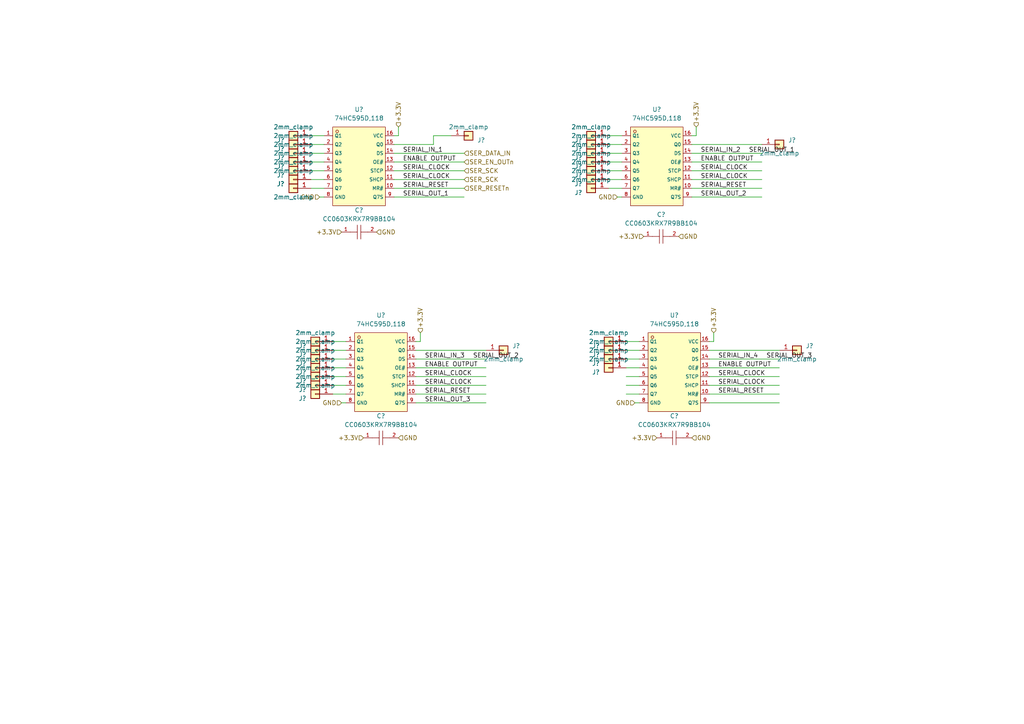
<source format=kicad_sch>
(kicad_sch (version 20230121) (generator eeschema)
  (paper "A4")
  (lib_symbols
    (symbol "74HC595D,118:74HC595D,118"
      (property "Reference" "U" (at 0 1.27 0))
      (property "Value" "74HC595D,118" (at 0 -2.54 0))
      (symbol "74HC595D,118_0_1"
        (rectangle (start -7.62 11.43) (end 7.62 -11.43) (fill (type background)))
        (circle (center -6.35 10.16) (radius 0.381) (fill (type background)))
        (pin unspecified line (at -10.16 8.89 0) (length 2.54) (name "Q1") (number "1"))
        (pin unspecified line (at 10.16 -6.35 180) (length 2.54) (name "MR#") (number "10"))
        (pin unspecified line (at 10.16 -3.81 180) (length 2.54) (name "SHCP") (number "11"))
        (pin unspecified line (at 10.16 -1.27 180) (length 2.54) (name "STCP") (number "12"))
        (pin unspecified line (at 10.16 1.27 180) (length 2.54) (name "OE#") (number "13"))
        (pin unspecified line (at 10.16 3.81 180) (length 2.54) (name "DS") (number "14"))
        (pin unspecified line (at 10.16 6.35 180) (length 2.54) (name "Q0") (number "15"))
        (pin unspecified line (at 10.16 8.89 180) (length 2.54) (name "VCC") (number "16"))
        (pin unspecified line (at -10.16 6.35 0) (length 2.54) (name "Q2") (number "2"))
        (pin unspecified line (at -10.16 3.81 0) (length 2.54) (name "Q3") (number "3"))
        (pin unspecified line (at -10.16 1.27 0) (length 2.54) (name "Q4") (number "4"))
        (pin unspecified line (at -10.16 -1.27 0) (length 2.54) (name "Q5") (number "5"))
        (pin unspecified line (at -10.16 -3.81 0) (length 2.54) (name "Q6") (number "6"))
        (pin unspecified line (at -10.16 -6.35 0) (length 2.54) (name "Q7") (number "7"))
        (pin unspecified line (at -10.16 -8.89 0) (length 2.54) (name "GND") (number "8"))
        (pin unspecified line (at 10.16 -8.89 180) (length 2.54) (name "Q7S") (number "9"))
      )
    )
    (symbol "CC0603KRX7R9BB104:CC0603KRX7R9BB104" (pin_names hide)
      (property "Reference" "C" (at 0 1.27 0))
      (property "Value" "CC0603KRX7R9BB104" (at 0 -2.54 0))
      (symbol "CC0603KRX7R9BB104_0_1"
        (polyline (pts (xy -0.508 -2.032) (xy -0.508 2.032)))
        (polyline (pts (xy -0.508 0) (xy -2.54 0)))
        (polyline (pts (xy 0.508 2.032) (xy 0.508 -2.032)))
        (polyline (pts (xy 2.54 0) (xy 0.508 0)))
        (pin unspecified line (at -5.08 0 0) (length 2.54) (name "1") (number "1"))
        (pin unspecified line (at 5.08 0 180) (length 2.54) (name "2") (number "2"))
      )
    )
    (symbol "Kaboom_box:2mm_clamp" (pin_names (offset 1.016) hide)
      (property "Reference" "J" (at 0 2.54 0))
      (property "Value" "2mm_clamp" (at 0 -2.54 0))
      (symbol "2mm_clamp_1_1"
        (rectangle (start -1.27 0.127) (end 0 -0.127) (stroke (width 0.1524)))
        (rectangle (start -1.27 1.27) (end 1.27 -1.27) (stroke (width 0.254)) (fill (type background)))
        (pin passive line (at -5.08 0 0) (length 3.81) (name "Pin_1") (number "1"))
      )
    )
  )
  (wire (pts (xy 207.01 99.06) (xy 205.74 99.06)))
  (wire (pts (xy 96.52 111.76) (xy 100.33 111.76)))
  (wire (pts (xy 114.3 44.45) (xy 134.62 44.45)))
  (wire (pts (xy 181.61 101.6) (xy 185.42 101.6)))
  (wire (pts (xy 205.74 111.76) (xy 226.06 111.76)))
  (wire (pts (xy 90.17 44.45) (xy 93.98 44.45)))
  (wire (pts (xy 181.61 109.22) (xy 185.42 109.22)))
  (wire (pts (xy 90.17 41.91) (xy 93.98 41.91)))
  (wire (pts (xy 176.53 41.91) (xy 180.34 41.91)))
  (wire (pts (xy 96.52 106.68) (xy 100.33 106.68)))
  (wire (pts (xy 120.65 111.76) (xy 140.97 111.76)))
  (wire (pts (xy 114.3 46.99) (xy 134.62 46.99)))
  (wire (pts (xy 96.52 101.6) (xy 100.33 101.6)))
  (wire (pts (xy 205.74 116.84) (xy 226.06 116.84)))
  (wire (pts (xy 125.73 41.91) (xy 114.3 41.91)))
  (wire (pts (xy 200.66 49.53) (xy 220.98 49.53)))
  (wire (pts (xy 226.06 101.6) (xy 205.74 101.6)))
  (wire (pts (xy 114.3 49.53) (xy 134.62 49.53)))
  (wire (pts (xy 96.52 99.06) (xy 100.33 99.06)))
  (wire (pts (xy 176.53 39.37) (xy 180.34 39.37)))
  (wire (pts (xy 205.74 114.3) (xy 226.06 114.3)))
  (wire (pts (xy 130.81 39.37) (xy 125.73 39.37)))
  (wire (pts (xy 120.65 109.22) (xy 140.97 109.22)))
  (wire (pts (xy 176.53 46.99) (xy 180.34 46.99)))
  (wire (pts (xy 181.61 114.3) (xy 185.42 114.3)))
  (wire (pts (xy 181.61 111.76) (xy 185.42 111.76)))
  (wire (pts (xy 115.57 36.83) (xy 115.57 39.37)))
  (wire (pts (xy 176.53 54.61) (xy 180.34 54.61)))
  (wire (pts (xy 114.3 52.07) (xy 134.62 52.07)))
  (wire (pts (xy 96.52 114.3) (xy 100.33 114.3)))
  (wire (pts (xy 181.61 99.06) (xy 185.42 99.06)))
  (wire (pts (xy 205.74 106.68) (xy 226.06 106.68)))
  (wire (pts (xy 120.65 116.84) (xy 140.97 116.84)))
  (wire (pts (xy 99.06 116.84) (xy 100.33 116.84)))
  (wire (pts (xy 90.17 39.37) (xy 93.98 39.37)))
  (wire (pts (xy 90.17 52.07) (xy 93.98 52.07)))
  (wire (pts (xy 200.66 52.07) (xy 220.98 52.07)))
  (wire (pts (xy 120.65 114.3) (xy 140.97 114.3)))
  (wire (pts (xy 140.97 101.6) (xy 120.65 101.6)))
  (wire (pts (xy 92.71 57.15) (xy 93.98 57.15)))
  (wire (pts (xy 96.52 104.14) (xy 100.33 104.14)))
  (wire (pts (xy 200.66 46.99) (xy 220.98 46.99)))
  (wire (pts (xy 114.3 57.15) (xy 134.62 57.15)))
  (wire (pts (xy 200.66 54.61) (xy 220.98 54.61)))
  (wire (pts (xy 114.3 54.61) (xy 134.62 54.61)))
  (wire (pts (xy 181.61 104.14) (xy 185.42 104.14)))
  (wire (pts (xy 96.52 109.22) (xy 100.33 109.22)))
  (wire (pts (xy 176.53 49.53) (xy 180.34 49.53)))
  (wire (pts (xy 120.65 104.14) (xy 140.97 104.14)))
  (wire (pts (xy 115.57 39.37) (xy 114.3 39.37)))
  (wire (pts (xy 125.73 39.37) (xy 125.73 41.91)))
  (wire (pts (xy 121.92 99.06) (xy 120.65 99.06)))
  (wire (pts (xy 205.74 104.14) (xy 226.06 104.14)))
  (wire (pts (xy 184.15 116.84) (xy 185.42 116.84)))
  (wire (pts (xy 207.01 96.52) (xy 207.01 99.06)))
  (wire (pts (xy 179.07 57.15) (xy 180.34 57.15)))
  (wire (pts (xy 121.92 96.52) (xy 121.92 99.06)))
  (wire (pts (xy 176.53 44.45) (xy 180.34 44.45)))
  (wire (pts (xy 201.93 36.83) (xy 201.93 39.37)))
  (wire (pts (xy 205.74 109.22) (xy 226.06 109.22)))
  (wire (pts (xy 90.17 54.61) (xy 93.98 54.61)))
  (wire (pts (xy 220.98 41.91) (xy 200.66 41.91)))
  (wire (pts (xy 200.66 57.15) (xy 220.98 57.15)))
  (wire (pts (xy 90.17 49.53) (xy 93.98 49.53)))
  (wire (pts (xy 201.93 39.37) (xy 200.66 39.37)))
  (wire (pts (xy 120.65 106.68) (xy 140.97 106.68)))
  (wire (pts (xy 90.17 46.99) (xy 93.98 46.99)))
  (wire (pts (xy 200.66 44.45) (xy 220.98 44.45)))
  (wire (pts (xy 181.61 106.68) (xy 185.42 106.68)))
  (wire (pts (xy 176.53 52.07) (xy 180.34 52.07)))
  (label "SERIAL_CLOCK" (at 203.2 49.53 0))
  (label "SERIAL_CLOCK" (at 208.28 109.22 0))
  (label "SERIAL_CLOCK" (at 116.84 52.07 0))
  (label "SERIAL_OUT_3" (at 222.25 104.14 0))
  (label "SERIAL_OUT_3" (at 123.19 116.84 0))
  (label "SERIAL_OUT_2" (at 203.2 57.15 0))
  (label "SERIAL_RESET" (at 123.19 114.3 0))
  (label "SERIAL_IN_1" (at 116.84 44.45 0))
  (label "SERIAL_CLOCK" (at 208.28 111.76 0))
  (label "ENABLE OUTPUT" (at 116.84 46.99 0))
  (label "ENABLE OUTPUT" (at 123.19 106.68 0))
  (label "SERIAL_OUT_2" (at 137.16 104.14 0))
  (label "SERIAL_RESET" (at 203.2 54.61 0))
  (label "SERIAL_CLOCK" (at 116.84 49.53 0))
  (label "SERIAL_OUT_1" (at 116.84 57.15 0))
  (label "SERIAL_CLOCK" (at 203.2 52.07 0))
  (label "SERIAL_IN_4" (at 208.28 104.14 0))
  (label "ENABLE OUTPUT" (at 203.2 46.99 0))
  (label "SERIAL_RESET" (at 208.28 114.3 0))
  (label "SERIAL_CLOCK" (at 123.19 109.22 0))
  (label "SERIAL_IN_2" (at 203.2 44.45 0))
  (label "SERIAL_CLOCK" (at 123.19 111.76 0))
  (label "SERIAL_IN_3" (at 123.19 104.14 0))
  (label "SERIAL_RESET" (at 116.84 54.61 0))
  (label "ENABLE OUTPUT" (at 208.28 106.68 0))
  (label "SERIAL_OUT_1" (at 217.17 44.45 0))
  (hierarchical_label "SER_RESETn" (shape input) (at 134.62 54.61 0))
  (hierarchical_label "+3.3V" (shape input) (at 201.93 36.83 90))
  (hierarchical_label "+3.3V" (shape input) (at 105.41 127 180))
  (hierarchical_label "+3.3V" (shape input) (at 99.06 67.31 180))
  (hierarchical_label "+3.3V" (shape input) (at 186.69 68.58 180))
  (hierarchical_label "SER_EN_OUTn" (shape input) (at 134.62 46.99 0))
  (hierarchical_label "SER_SCK" (shape input) (at 134.62 49.53 0))
  (hierarchical_label "+3.3V" (shape input) (at 115.57 36.83 90))
  (hierarchical_label "GND" (shape input) (at 115.57 127 0))
  (hierarchical_label "GND" (shape input) (at 184.15 116.84 180))
  (hierarchical_label "+3.3V" (shape input) (at 190.5 127 180))
  (hierarchical_label "+3.3V" (shape input) (at 121.92 96.52 90))
  (hierarchical_label "GND" (shape input) (at 196.85 68.58 0))
  (hierarchical_label "+3.3V" (shape input) (at 207.01 96.52 90))
  (hierarchical_label "GND" (shape input) (at 179.07 57.15 180))
  (hierarchical_label "GND" (shape input) (at 99.06 116.84 180))
  (hierarchical_label "GND" (shape input) (at 200.66 127 0))
  (hierarchical_label "GND" (shape input) (at 92.71 57.15 180))
  (hierarchical_label "SER_DATA_IN" (shape input) (at 134.62 44.45 0))
  (hierarchical_label "GND" (shape input) (at 109.22 67.31 0))
  (hierarchical_label "SER_SCK" (shape input) (at 134.62 52.07 0))
  (symbol (lib_id "Kaboom_box:2mm_clamp") (at 146.05 101.6 0) (unit 1)
    (property "Reference" "J?" (at 148.59 100.33 0) (effects (justify left)))
    (property "Value" "2mm_clamp" (at 146.05 104.14 0))
    (property "Footprint" "Kaboom_box:2mm testlead, screw-clamp" (effects hide))
    (property "Datasheet" "https://www.aliexpress.com/item/1005003745780405.html?spm=a2g0o.order_list.order_list_main.12.1f5c18020OVUCx" (effects hide))
    (instances (project "Kaboom_box" (path "" (reference "J?") (unit 1)) (path "" (reference "J?") (unit 1)) (path "" (reference "J?") (unit 1)) (path "" (reference "J120") (unit 1))))
  )
  (symbol (lib_id "CC0603KRX7R9BB104:CC0603KRX7R9BB104") (at 104.14 67.31 0) (unit 1)
    (property "Reference" "C?" (at 104.14 60.96 0))
    (property "Value" "CC0603KRX7R9BB104" (at 104.14 63.5 0))
    (property "Footprint" "footprint:C0603" (effects hide))
    (property "Datasheet" "https://item.szlcsc.com/362304.html" (effects hide))
    (property "LCSC" "C14663" (effects hide))
    (instances (project "Kaboom_box" (path "" (reference "C?") (unit 1)) (path "" (reference "C?") (unit 1)) (path "" (reference "C?") (unit 1)) (path "" (reference "C109") (unit 1))))
  )
  (symbol (lib_id "Kaboom_box:2mm_clamp") (at 231.14 101.6 0) (unit 1)
    (property "Reference" "J?" (at 233.68 100.33 0) (effects (justify left)))
    (property "Value" "2mm_clamp" (at 231.14 104.14 0))
    (property "Footprint" "Kaboom_box:2mm testlead, screw-clamp" (effects hide))
    (property "Datasheet" "https://www.aliexpress.com/item/1005003745780405.html?spm=a2g0o.order_list.order_list_main.12.1f5c18020OVUCx" (effects hide))
    (instances (project "Kaboom_box" (path "" (reference "J?") (unit 1)) (path "" (reference "J?") (unit 1)) (path "" (reference "J?") (unit 1)) (path "" (reference "J122") (unit 1))))
  )
  (symbol (lib_id "Kaboom_box:2mm_clamp") (at 171.45 44.45 180) (unit 1)
    (property "Reference" "J?" (at 168.91 45.72 0) (effects (justify left)))
    (property "Value" "2mm_clamp" (at 171.45 41.91 0))
    (property "Footprint" "Kaboom_box:2mm testlead, screw-clamp" (effects hide))
    (property "Datasheet" "https://www.aliexpress.com/item/1005003745780405.html?spm=a2g0o.order_list.order_list_main.12.1f5c18020OVUCx" (effects hide))
    (instances (project "Kaboom_box" (path "" (reference "J?") (unit 1)) (path "" (reference "J?") (unit 1)) (path "" (reference "J?") (unit 1)) (path "" (reference "J108") (unit 1))))
  )
  (symbol (lib_id "74HC595D,118:74HC595D,118") (at 195.58 107.95 0) (unit 1)
    (property "Reference" "U?" (at 195.58 91.44 0))
    (property "Value" "74HC595D,118" (at 195.58 93.98 0))
    (property "Footprint" "footprint:SOIC-16_L9.9-W3.9-P1.27-LS6.0-BL" (effects hide))
    (property "Datasheet" "http://datasheet.octopart.com/MC14076BDR2G-ON-Semiconductor-datasheet-608107.pdf" (effects hide))
    (property "LCSC" "C5947" (effects hide))
    (instances (project "Kaboom_box" (path "" (reference "U?") (unit 1)) (path "" (reference "U?") (unit 1)) (path "" (reference "U?") (unit 1)) (path "" (reference "U139") (unit 1))))
  )
  (symbol (lib_id "Kaboom_box:2mm_clamp") (at 91.44 104.14 180) (unit 1)
    (property "Reference" "J?" (at 88.9 105.41 0) (effects (justify left)))
    (property "Value" "2mm_clamp" (at 91.44 101.6 0))
    (property "Footprint" "Kaboom_box:2mm testlead, screw-clamp" (effects hide))
    (property "Datasheet" "https://www.aliexpress.com/item/1005003745780405.html?spm=a2g0o.order_list.order_list_main.12.1f5c18020OVUCx" (effects hide))
    (instances (project "Kaboom_box" (path "" (reference "J?") (unit 1)) (path "" (reference "J?") (unit 1)) (path "" (reference "J?") (unit 1)) (path "" (reference "J123") (unit 1))))
  )
  (symbol (lib_id "Kaboom_box:2mm_clamp") (at 91.44 99.06 180) (unit 1)
    (property "Reference" "J?" (at 88.9 100.33 0) (effects (justify left)))
    (property "Value" "2mm_clamp" (at 91.44 96.52 0))
    (property "Footprint" "Kaboom_box:2mm testlead, screw-clamp" (effects hide))
    (property "Datasheet" "https://www.aliexpress.com/item/1005003745780405.html?spm=a2g0o.order_list.order_list_main.12.1f5c18020OVUCx" (effects hide))
    (instances (project "Kaboom_box" (path "" (reference "J?") (unit 1)) (path "" (reference "J?") (unit 1)) (path "" (reference "J?") (unit 1)) (path "" (reference "J117") (unit 1))))
  )
  (symbol (lib_id "Kaboom_box:2mm_clamp") (at 91.44 106.68 180) (unit 1)
    (property "Reference" "J?" (at 88.9 107.95 0) (effects (justify left)))
    (property "Value" "2mm_clamp" (at 91.44 104.14 0))
    (property "Footprint" "Kaboom_box:2mm testlead, screw-clamp" (effects hide))
    (property "Datasheet" "https://www.aliexpress.com/item/1005003745780405.html?spm=a2g0o.order_list.order_list_main.12.1f5c18020OVUCx" (effects hide))
    (instances (project "Kaboom_box" (path "" (reference "J?") (unit 1)) (path "" (reference "J?") (unit 1)) (path "" (reference "J?") (unit 1)) (path "" (reference "J125") (unit 1))))
  )
  (symbol (lib_id "Kaboom_box:2mm_clamp") (at 176.53 101.6 180) (unit 1)
    (property "Reference" "J?" (at 173.99 102.87 0) (effects (justify left)))
    (property "Value" "2mm_clamp" (at 176.53 99.06 0))
    (property "Footprint" "Kaboom_box:2mm testlead, screw-clamp" (effects hide))
    (property "Datasheet" "https://www.aliexpress.com/item/1005003745780405.html?spm=a2g0o.order_list.order_list_main.12.1f5c18020OVUCx" (effects hide))
    (instances (project "Kaboom_box" (path "" (reference "J?") (unit 1)) (path "" (reference "J?") (unit 1)) (path "" (reference "J?") (unit 1)) (path "" (reference "J121") (unit 1))))
  )
  (symbol (lib_id "Kaboom_box:2mm_clamp") (at 171.45 52.07 180) (unit 1)
    (property "Reference" "J?" (at 168.91 53.34 0) (effects (justify left)))
    (property "Value" "2mm_clamp" (at 171.45 49.53 0))
    (property "Footprint" "Kaboom_box:2mm testlead, screw-clamp" (effects hide))
    (property "Datasheet" "https://www.aliexpress.com/item/1005003745780405.html?spm=a2g0o.order_list.order_list_main.12.1f5c18020OVUCx" (effects hide))
    (instances (project "Kaboom_box" (path "" (reference "J?") (unit 1)) (path "" (reference "J?") (unit 1)) (path "" (reference "J?") (unit 1)) (path "" (reference "J114") (unit 1))))
  )
  (symbol (lib_id "Kaboom_box:2mm_clamp") (at 85.09 44.45 180) (unit 1)
    (property "Reference" "J?" (at 82.55 45.72 0) (effects (justify left)))
    (property "Value" "2mm_clamp" (at 85.09 41.91 0))
    (property "Footprint" "Kaboom_box:2mm testlead, screw-clamp" (effects hide))
    (property "Datasheet" "https://www.aliexpress.com/item/1005003745780405.html?spm=a2g0o.order_list.order_list_main.12.1f5c18020OVUCx" (effects hide))
    (instances (project "Kaboom_box" (path "" (reference "J?") (unit 1)) (path "" (reference "J?") (unit 1)) (path "" (reference "J?") (unit 1)) (path "" (reference "J109") (unit 1))))
  )
  (symbol (lib_id "Kaboom_box:2mm_clamp") (at 85.09 49.53 180) (unit 1)
    (property "Reference" "J?" (at 82.55 50.8 0) (effects (justify left)))
    (property "Value" "2mm_clamp" (at 85.09 46.99 0))
    (property "Footprint" "Kaboom_box:2mm testlead, screw-clamp" (effects hide))
    (property "Datasheet" "https://www.aliexpress.com/item/1005003745780405.html?spm=a2g0o.order_list.order_list_main.12.1f5c18020OVUCx" (effects hide))
    (instances (project "Kaboom_box" (path "" (reference "J?") (unit 1)) (path "" (reference "J?") (unit 1)) (path "" (reference "J?") (unit 1)) (path "" (reference "J113") (unit 1))))
  )
  (symbol (lib_id "Kaboom_box:2mm_clamp") (at 171.45 46.99 180) (unit 1)
    (property "Reference" "J?" (at 168.91 48.26 0) (effects (justify left)))
    (property "Value" "2mm_clamp" (at 171.45 44.45 0))
    (property "Footprint" "Kaboom_box:2mm testlead, screw-clamp" (effects hide))
    (property "Datasheet" "https://www.aliexpress.com/item/1005003745780405.html?spm=a2g0o.order_list.order_list_main.12.1f5c18020OVUCx" (effects hide))
    (instances (project "Kaboom_box" (path "" (reference "J?") (unit 1)) (path "" (reference "J?") (unit 1)) (path "" (reference "J?") (unit 1)) (path "" (reference "J110") (unit 1))))
  )
  (symbol (lib_id "Kaboom_box:2mm_clamp") (at 85.09 54.61 0) (mirror y) (unit 1)
    (property "Reference" "J?" (at 82.55 53.34 0) (effects (justify left)))
    (property "Value" "2mm_clamp" (at 85.09 57.15 0))
    (property "Footprint" "Kaboom_box:2mm testlead, screw-clamp" (effects hide))
    (property "Datasheet" "https://www.aliexpress.com/item/1005003745780405.html?spm=a2g0o.order_list.order_list_main.12.1f5c18020OVUCx" (effects hide))
    (instances (project "Kaboom_box" (path "" (reference "J?") (unit 1)) (path "" (reference "J?") (unit 1)) (path "" (reference "J?") (unit 1)) (path "" (reference "J102") (unit 1))))
  )
  (symbol (lib_id "Kaboom_box:2mm_clamp") (at 176.53 99.06 180) (unit 1)
    (property "Reference" "J?" (at 173.99 100.33 0) (effects (justify left)))
    (property "Value" "2mm_clamp" (at 176.53 96.52 0))
    (property "Footprint" "Kaboom_box:2mm testlead, screw-clamp" (effects hide))
    (property "Datasheet" "https://www.aliexpress.com/item/1005003745780405.html?spm=a2g0o.order_list.order_list_main.12.1f5c18020OVUCx" (effects hide))
    (instances (project "Kaboom_box" (path "" (reference "J?") (unit 1)) (path "" (reference "J?") (unit 1)) (path "" (reference "J?") (unit 1)) (path "" (reference "J118") (unit 1))))
  )
  (symbol (lib_id "Kaboom_box:2mm_clamp") (at 85.09 52.07 180) (unit 1)
    (property "Reference" "J?" (at 82.55 53.34 0) (effects (justify left)))
    (property "Value" "2mm_clamp" (at 85.09 49.53 0))
    (property "Footprint" "Kaboom_box:2mm testlead, screw-clamp" (effects hide))
    (property "Datasheet" "https://www.aliexpress.com/item/1005003745780405.html?spm=a2g0o.order_list.order_list_main.12.1f5c18020OVUCx" (effects hide))
    (instances (project "Kaboom_box" (path "" (reference "J?") (unit 1)) (path "" (reference "J?") (unit 1)) (path "" (reference "J?") (unit 1)) (path "" (reference "J115") (unit 1))))
  )
  (symbol (lib_id "Kaboom_box:2mm_clamp") (at 85.09 39.37 180) (unit 1)
    (property "Reference" "J?" (at 82.55 40.64 0) (effects (justify left)))
    (property "Value" "2mm_clamp" (at 85.09 36.83 0))
    (property "Footprint" "Kaboom_box:2mm testlead, screw-clamp" (effects hide))
    (property "Datasheet" "https://www.aliexpress.com/item/1005003745780405.html?spm=a2g0o.order_list.order_list_main.12.1f5c18020OVUCx" (effects hide))
    (instances (project "Kaboom_box" (path "" (reference "J?") (unit 1)) (path "" (reference "J?") (unit 1)) (path "" (reference "J?") (unit 1)) (path "" (reference "J104") (unit 1))))
  )
  (symbol (lib_id "Kaboom_box:2mm_clamp") (at 176.53 106.68 180) (unit 1)
    (property "Reference" "J?" (at 173.99 107.95 0) (effects (justify left)))
    (property "Value" "2mm_clamp" (at 176.53 104.14 0))
    (property "Footprint" "Kaboom_box:2mm testlead, screw-clamp" (effects hide))
    (property "Datasheet" "https://www.aliexpress.com/item/1005003745780405.html?spm=a2g0o.order_list.order_list_main.12.1f5c18020OVUCx" (effects hide))
    (instances (project "Kaboom_box" (path "" (reference "J?") (unit 1)) (path "" (reference "J?") (unit 1)) (path "" (reference "J?") (unit 1)) (path "" (reference "J126") (unit 1))))
  )
  (symbol (lib_id "Kaboom_box:2mm_clamp") (at 85.09 41.91 180) (unit 1)
    (property "Reference" "J?" (at 82.55 43.18 0) (effects (justify left)))
    (property "Value" "2mm_clamp" (at 85.09 39.37 0))
    (property "Footprint" "Kaboom_box:2mm testlead, screw-clamp" (effects hide))
    (property "Datasheet" "https://www.aliexpress.com/item/1005003745780405.html?spm=a2g0o.order_list.order_list_main.12.1f5c18020OVUCx" (effects hide))
    (instances (project "Kaboom_box" (path "" (reference "J?") (unit 1)) (path "" (reference "J?") (unit 1)) (path "" (reference "J?") (unit 1)) (path "" (reference "J107") (unit 1))))
  )
  (symbol (lib_id "Kaboom_box:2mm_clamp") (at 91.44 111.76 180) (unit 1)
    (property "Reference" "J?" (at 88.9 113.03 0) (effects (justify left)))
    (property "Value" "2mm_clamp" (at 91.44 109.22 0))
    (property "Footprint" "Kaboom_box:2mm testlead, screw-clamp" (effects hide))
    (property "Datasheet" "https://www.aliexpress.com/item/1005003745780405.html?spm=a2g0o.order_list.order_list_main.12.1f5c18020OVUCx" (effects hide))
    (instances (project "Kaboom_box" (path "" (reference "J?") (unit 1)) (path "" (reference "J?") (unit 1)) (path "" (reference "J?") (unit 1)) (path "" (reference "J128") (unit 1))))
  )
  (symbol (lib_id "CC0603KRX7R9BB104:CC0603KRX7R9BB104") (at 195.58 127 0) (unit 1)
    (property "Reference" "C?" (at 195.58 120.65 0))
    (property "Value" "CC0603KRX7R9BB104" (at 195.58 123.19 0))
    (property "Footprint" "footprint:C0603" (effects hide))
    (property "Datasheet" "https://item.szlcsc.com/362304.html" (effects hide))
    (property "LCSC" "C14663" (effects hide))
    (instances (project "Kaboom_box" (path "" (reference "C?") (unit 1)) (path "" (reference "C?") (unit 1)) (path "" (reference "C?") (unit 1)) (path "" (reference "C112") (unit 1))))
  )
  (symbol (lib_id "74HC595D,118:74HC595D,118") (at 110.49 107.95 0) (unit 1)
    (property "Reference" "U?" (at 110.49 91.44 0))
    (property "Value" "74HC595D,118" (at 110.49 93.98 0))
    (property "Footprint" "footprint:SOIC-16_L9.9-W3.9-P1.27-LS6.0-BL" (effects hide))
    (property "Datasheet" "http://datasheet.octopart.com/MC14076BDR2G-ON-Semiconductor-datasheet-608107.pdf" (effects hide))
    (property "LCSC" "C5947" (effects hide))
    (instances (project "Kaboom_box" (path "" (reference "U?") (unit 1)) (path "" (reference "U?") (unit 1)) (path "" (reference "U?") (unit 1)) (path "" (reference "U138") (unit 1))))
  )
  (symbol (lib_id "Kaboom_box:2mm_clamp") (at 135.89 39.37 0) (mirror x) (unit 1)
    (property "Reference" "J?" (at 138.43 40.64 0) (effects (justify left)))
    (property "Value" "2mm_clamp" (at 135.89 36.83 0))
    (property "Footprint" "Kaboom_box:2mm testlead, screw-clamp" (effects hide))
    (property "Datasheet" "https://www.aliexpress.com/item/1005003745780405.html?spm=a2g0o.order_list.order_list_main.12.1f5c18020OVUCx" (effects hide))
    (instances (project "Kaboom_box" (path "" (reference "J?") (unit 1)) (path "" (reference "J?") (unit 1)) (path "" (reference "J?") (unit 1)) (path "" (reference "J101") (unit 1))))
  )
  (symbol (lib_id "Kaboom_box:2mm_clamp") (at 171.45 39.37 180) (unit 1)
    (property "Reference" "J?" (at 168.91 40.64 0) (effects (justify left)))
    (property "Value" "2mm_clamp" (at 171.45 36.83 0))
    (property "Footprint" "Kaboom_box:2mm testlead, screw-clamp" (effects hide))
    (property "Datasheet" "https://www.aliexpress.com/item/1005003745780405.html?spm=a2g0o.order_list.order_list_main.12.1f5c18020OVUCx" (effects hide))
    (instances (project "Kaboom_box" (path "" (reference "J?") (unit 1)) (path "" (reference "J?") (unit 1)) (path "" (reference "J?") (unit 1)) (path "" (reference "J103") (unit 1))))
  )
  (symbol (lib_id "Kaboom_box:2mm_clamp") (at 91.44 101.6 180) (unit 1)
    (property "Reference" "J?" (at 88.9 102.87 0) (effects (justify left)))
    (property "Value" "2mm_clamp" (at 91.44 99.06 0))
    (property "Footprint" "Kaboom_box:2mm testlead, screw-clamp" (effects hide))
    (property "Datasheet" "https://www.aliexpress.com/item/1005003745780405.html?spm=a2g0o.order_list.order_list_main.12.1f5c18020OVUCx" (effects hide))
    (instances (project "Kaboom_box" (path "" (reference "J?") (unit 1)) (path "" (reference "J?") (unit 1)) (path "" (reference "J?") (unit 1)) (path "" (reference "J119") (unit 1))))
  )
  (symbol (lib_id "Kaboom_box:2mm_clamp") (at 176.53 104.14 180) (unit 1)
    (property "Reference" "J?" (at 173.99 105.41 0) (effects (justify left)))
    (property "Value" "2mm_clamp" (at 176.53 101.6 0))
    (property "Footprint" "Kaboom_box:2mm testlead, screw-clamp" (effects hide))
    (property "Datasheet" "https://www.aliexpress.com/item/1005003745780405.html?spm=a2g0o.order_list.order_list_main.12.1f5c18020OVUCx" (effects hide))
    (instances (project "Kaboom_box" (path "" (reference "J?") (unit 1)) (path "" (reference "J?") (unit 1)) (path "" (reference "J?") (unit 1)) (path "" (reference "J124") (unit 1))))
  )
  (symbol (lib_id "Kaboom_box:2mm_clamp") (at 226.06 41.91 0) (unit 1)
    (property "Reference" "J?" (at 228.6 40.64 0) (effects (justify left)))
    (property "Value" "2mm_clamp" (at 226.06 44.45 0))
    (property "Footprint" "Kaboom_box:2mm testlead, screw-clamp" (effects hide))
    (property "Datasheet" "https://www.aliexpress.com/item/1005003745780405.html?spm=a2g0o.order_list.order_list_main.12.1f5c18020OVUCx" (effects hide))
    (instances (project "Kaboom_box" (path "" (reference "J?") (unit 1)) (path "" (reference "J?") (unit 1)) (path "" (reference "J?") (unit 1)) (path "" (reference "J106") (unit 1))))
  )
  (symbol (lib_id "CC0603KRX7R9BB104:CC0603KRX7R9BB104") (at 110.49 127 0) (unit 1)
    (property "Reference" "C?" (at 110.49 120.65 0))
    (property "Value" "CC0603KRX7R9BB104" (at 110.49 123.19 0))
    (property "Footprint" "footprint:C0603" (effects hide))
    (property "Datasheet" "https://item.szlcsc.com/362304.html" (effects hide))
    (property "LCSC" "C14663" (effects hide))
    (instances (project "Kaboom_box" (path "" (reference "C?") (unit 1)) (path "" (reference "C?") (unit 1)) (path "" (reference "C?") (unit 1)) (path "" (reference "C111") (unit 1))))
  )
  (symbol (lib_id "74HC595D,118:74HC595D,118") (at 190.5 48.26 0) (unit 1)
    (property "Reference" "U?" (at 190.5 31.75 0))
    (property "Value" "74HC595D,118" (at 190.5 34.29 0))
    (property "Footprint" "footprint:SOIC-16_L9.9-W3.9-P1.27-LS6.0-BL" (effects hide))
    (property "Datasheet" "http://datasheet.octopart.com/MC14076BDR2G-ON-Semiconductor-datasheet-608107.pdf" (effects hide))
    (property "LCSC" "C5947" (effects hide))
    (instances (project "Kaboom_box" (path "" (reference "U?") (unit 1)) (path "" (reference "U?") (unit 1)) (path "" (reference "U?") (unit 1)) (path "" (reference "U137") (unit 1))))
  )
  (symbol (lib_id "Kaboom_box:2mm_clamp") (at 85.09 46.99 180) (unit 1)
    (property "Reference" "J?" (at 82.55 48.26 0) (effects (justify left)))
    (property "Value" "2mm_clamp" (at 85.09 44.45 0))
    (property "Footprint" "Kaboom_box:2mm testlead, screw-clamp" (effects hide))
    (property "Datasheet" "https://www.aliexpress.com/item/1005003745780405.html?spm=a2g0o.order_list.order_list_main.12.1f5c18020OVUCx" (effects hide))
    (instances (project "Kaboom_box" (path "" (reference "J?") (unit 1)) (path "" (reference "J?") (unit 1)) (path "" (reference "J?") (unit 1)) (path "" (reference "J111") (unit 1))))
  )
  (symbol (lib_id "Kaboom_box:2mm_clamp") (at 171.45 54.61 180) (unit 1)
    (property "Reference" "J?" (at 168.91 55.88 0) (effects (justify left)))
    (property "Value" "2mm_clamp" (at 171.45 52.07 0))
    (property "Footprint" "Kaboom_box:2mm testlead, screw-clamp" (effects hide))
    (property "Datasheet" "https://www.aliexpress.com/item/1005003745780405.html?spm=a2g0o.order_list.order_list_main.12.1f5c18020OVUCx" (effects hide))
    (instances (project "Kaboom_box" (path "" (reference "J?") (unit 1)) (path "" (reference "J?") (unit 1)) (path "" (reference "J?") (unit 1)) (path "" (reference "J116") (unit 1))))
  )
  (symbol (lib_id "74HC595D,118:74HC595D,118") (at 104.14 48.26 0) (unit 1)
    (property "Reference" "U?" (at 104.14 31.75 0))
    (property "Value" "74HC595D,118" (at 104.14 34.29 0))
    (property "Footprint" "footprint:SOIC-16_L9.9-W3.9-P1.27-LS6.0-BL" (effects hide))
    (property "Datasheet" "http://datasheet.octopart.com/MC14076BDR2G-ON-Semiconductor-datasheet-608107.pdf" (effects hide))
    (property "LCSC" "C5947" (effects hide))
    (instances (project "Kaboom_box" (path "" (reference "U?") (unit 1)) (path "" (reference "U?") (unit 1)) (path "" (reference "U?") (unit 1)) (path "" (reference "U136") (unit 1))))
  )
  (symbol (lib_id "Kaboom_box:2mm_clamp") (at 91.44 109.22 180) (unit 1)
    (property "Reference" "J?" (at 88.9 110.49 0) (effects (justify left)))
    (property "Value" "2mm_clamp" (at 91.44 106.68 0))
    (property "Footprint" "Kaboom_box:2mm testlead, screw-clamp" (effects hide))
    (property "Datasheet" "https://www.aliexpress.com/item/1005003745780405.html?spm=a2g0o.order_list.order_list_main.12.1f5c18020OVUCx" (effects hide))
    (instances (project "Kaboom_box" (path "" (reference "J?") (unit 1)) (path "" (reference "J?") (unit 1)) (path "" (reference "J?") (unit 1)) (path "" (reference "J127") (unit 1))))
  )
  (symbol (lib_id "CC0603KRX7R9BB104:CC0603KRX7R9BB104") (at 191.77 68.58 0) (unit 1)
    (property "Reference" "C?" (at 191.77 62.23 0))
    (property "Value" "CC0603KRX7R9BB104" (at 191.77 64.77 0))
    (property "Footprint" "footprint:C0603" (effects hide))
    (property "Datasheet" "https://item.szlcsc.com/362304.html" (effects hide))
    (property "LCSC" "C14663" (effects hide))
    (instances (project "Kaboom_box" (path "" (reference "C?") (unit 1)) (path "" (reference "C?") (unit 1)) (path "" (reference "C?") (unit 1)) (path "" (reference "C110") (unit 1))))
  )
  (symbol (lib_id "Kaboom_box:2mm_clamp") (at 91.44 114.3 180) (unit 1)
    (property "Reference" "J?" (at 88.9 115.57 0) (effects (justify left)))
    (property "Value" "2mm_clamp" (at 91.44 111.76 0))
    (property "Footprint" "Kaboom_box:2mm testlead, screw-clamp" (effects hide))
    (property "Datasheet" "https://www.aliexpress.com/item/1005003745780405.html?spm=a2g0o.order_list.order_list_main.12.1f5c18020OVUCx" (effects hide))
    (instances (project "Kaboom_box" (path "" (reference "J?") (unit 1)) (path "" (reference "J?") (unit 1)) (path "" (reference "J?") (unit 1)) (path "" (reference "J129") (unit 1))))
  )
  (symbol (lib_id "Kaboom_box:2mm_clamp") (at 171.45 49.53 180) (unit 1)
    (property "Reference" "J?" (at 168.91 50.8 0) (effects (justify left)))
    (property "Value" "2mm_clamp" (at 171.45 46.99 0))
    (property "Footprint" "Kaboom_box:2mm testlead, screw-clamp" (effects hide))
    (property "Datasheet" "https://www.aliexpress.com/item/1005003745780405.html?spm=a2g0o.order_list.order_list_main.12.1f5c18020OVUCx" (effects hide))
    (instances (project "Kaboom_box" (path "" (reference "J?") (unit 1)) (path "" (reference "J?") (unit 1)) (path "" (reference "J?") (unit 1)) (path "" (reference "J112") (unit 1))))
  )
  (symbol (lib_id "Kaboom_box:2mm_clamp") (at 171.45 41.91 180) (unit 1)
    (property "Reference" "J?" (at 168.91 43.18 0) (effects (justify left)))
    (property "Value" "2mm_clamp" (at 171.45 39.37 0))
    (property "Footprint" "Kaboom_box:2mm testlead, screw-clamp" (effects hide))
    (property "Datasheet" "https://www.aliexpress.com/item/1005003745780405.html?spm=a2g0o.order_list.order_list_main.12.1f5c18020OVUCx" (effects hide))
    (instances (project "Kaboom_box" (path "" (reference "J?") (unit 1)) (path "" (reference "J?") (unit 1)) (path "" (reference "J?") (unit 1)) (path "" (reference "J105") (unit 1))))
  )
)
</source>
